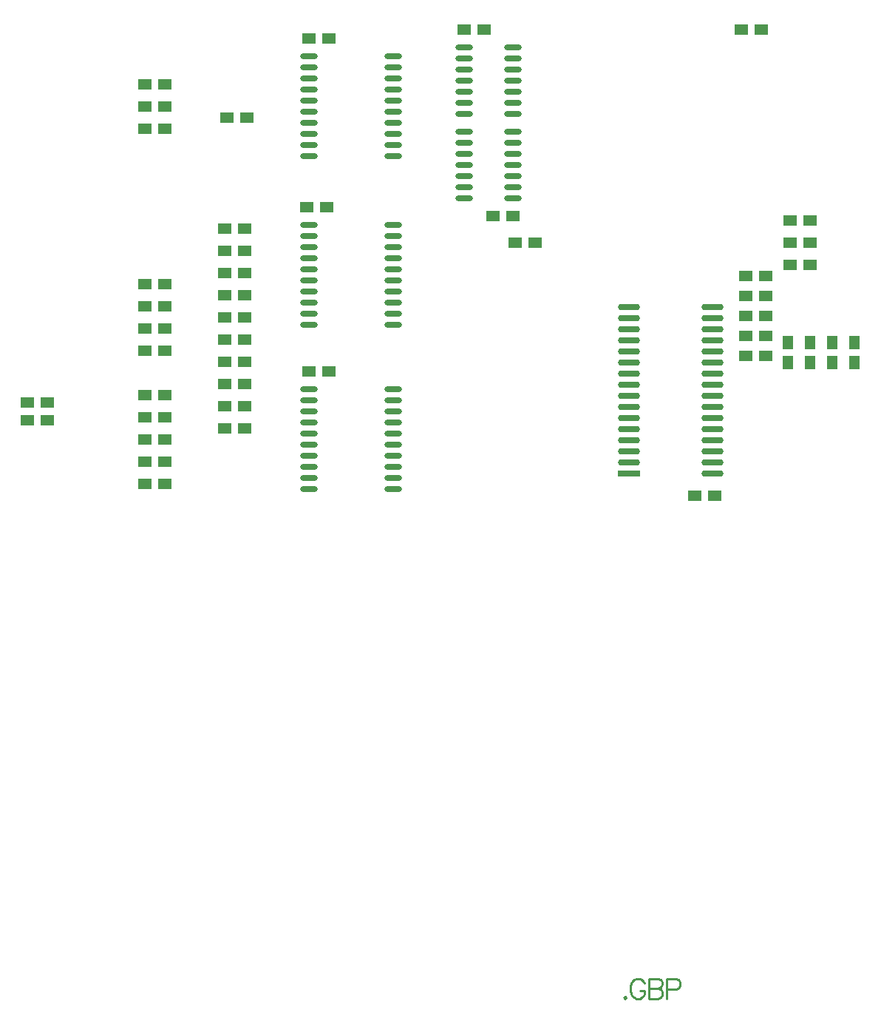
<source format=gbp>
%FSLAX44Y44*%
%MOMM*%
G71*
G01*
G75*
%ADD10C,0.2000*%
%ADD11C,1.0000*%
%ADD12R,1.9050X0.4064*%
%ADD13R,0.4064X1.9050*%
%ADD14O,0.6000X2.2000*%
%ADD15R,0.9144X0.9144*%
%ADD16R,1.2700X0.9144*%
%ADD17R,1.5240X1.5240*%
%ADD18R,1.2700X1.5240*%
%ADD19R,1.5240X1.2700*%
%ADD20R,1.5000X0.4000*%
%ADD21R,0.9144X1.2700*%
%ADD22O,0.6000X2.2000*%
%ADD23O,2.0320X0.6096*%
%ADD24C,0.3000*%
%ADD25C,0.5000*%
%ADD26C,0.6000*%
%ADD27C,0.8000*%
%ADD28C,0.2540*%
%ADD29C,0.2286*%
%ADD30C,4.5500*%
%ADD31C,1.5000*%
%ADD32R,1.5000X1.5000*%
%ADD33C,1.6510*%
%ADD34C,3.6000*%
%ADD35C,1.6000*%
%ADD36R,1.6000X1.6000*%
%ADD37C,0.8000*%
%ADD38O,2.5400X0.7500*%
%ADD39R,2.5400X0.7500*%
%ADD40C,0.7000*%
%ADD41C,0.2500*%
%ADD42C,0.3048*%
%ADD43C,0.1500*%
D18*
X3135756Y2137537D02*
D03*
Y2114677D02*
D03*
X3059556Y2137537D02*
D03*
Y2114677D02*
D03*
X3084956D02*
D03*
Y2137537D02*
D03*
X3110356Y2114677D02*
D03*
Y2137537D02*
D03*
D19*
X3034156Y2213737D02*
D03*
X3011295D02*
D03*
Y2145157D02*
D03*
X3034156D02*
D03*
Y2168017D02*
D03*
X3011295D02*
D03*
X3034156Y2190877D02*
D03*
X3011295D02*
D03*
X2975736Y1962277D02*
D03*
X2952876D02*
D03*
X3011296Y2122297D02*
D03*
X3034156D02*
D03*
X2510916Y2485517D02*
D03*
X2533776D02*
D03*
X2530744Y2292477D02*
D03*
X2507884D02*
D03*
X2510916Y2104517D02*
D03*
X2533776D02*
D03*
X2688716Y2495677D02*
D03*
X2711576D02*
D03*
X2744596Y2282317D02*
D03*
X2721736D02*
D03*
X2769996Y2251837D02*
D03*
X2747136D02*
D03*
X3029076Y2495677D02*
D03*
X3006216D02*
D03*
X3062096Y2277237D02*
D03*
X3084956D02*
D03*
Y2251837D02*
D03*
X3062096D02*
D03*
X3084956Y2226437D02*
D03*
X3062096D02*
D03*
X2211196Y2048637D02*
D03*
X2188336D02*
D03*
X2211196Y2068957D02*
D03*
X2188336D02*
D03*
X2345816Y2433193D02*
D03*
X2322956D02*
D03*
X2345816Y2407793D02*
D03*
X2322956D02*
D03*
X2345816Y2382393D02*
D03*
X2322956D02*
D03*
X2437256Y2268093D02*
D03*
X2414396D02*
D03*
X2437256Y2242693D02*
D03*
X2414396D02*
D03*
X2437256Y2217293D02*
D03*
X2414396D02*
D03*
X2437256Y2191893D02*
D03*
X2414396D02*
D03*
X2437256Y2166493D02*
D03*
X2414396D02*
D03*
X2437256Y2141093D02*
D03*
X2414396D02*
D03*
X2437256Y2115693D02*
D03*
X2414396D02*
D03*
X2345816Y2077593D02*
D03*
X2322956D02*
D03*
X2345816Y2052193D02*
D03*
X2322956D02*
D03*
X2345816Y2026793D02*
D03*
X2322956D02*
D03*
X2345816Y2204593D02*
D03*
X2322956D02*
D03*
X2345816Y2179193D02*
D03*
X2322956D02*
D03*
X2345816Y2153793D02*
D03*
X2322956D02*
D03*
X2345816Y2128393D02*
D03*
X2322956D02*
D03*
X2437256Y2090293D02*
D03*
X2414396D02*
D03*
X2437256Y2064893D02*
D03*
X2414396D02*
D03*
X2437256Y2039493D02*
D03*
X2414396D02*
D03*
X2322956Y2001393D02*
D03*
X2345816D02*
D03*
Y1975993D02*
D03*
X2322956D02*
D03*
X2439796Y2395067D02*
D03*
X2416936D02*
D03*
D23*
X2607436Y2007997D02*
D03*
Y2058797D02*
D03*
Y1982597D02*
D03*
Y2033397D02*
D03*
X2510916Y2007997D02*
D03*
Y2058797D02*
D03*
Y1982597D02*
D03*
Y2033397D02*
D03*
X2607436Y2071497D02*
D03*
Y2046097D02*
D03*
Y2020697D02*
D03*
Y1995297D02*
D03*
X2510916Y1969897D02*
D03*
Y1995297D02*
D03*
Y2020697D02*
D03*
Y2046097D02*
D03*
X2607436Y2084197D02*
D03*
Y1969897D02*
D03*
X2510916Y2071497D02*
D03*
Y2084197D02*
D03*
X2688716Y2366137D02*
D03*
X2744596Y2378837D02*
D03*
Y2340737D02*
D03*
Y2328037D02*
D03*
Y2366137D02*
D03*
X2688716Y2353437D02*
D03*
X2744596D02*
D03*
X2688716Y2340737D02*
D03*
X2744596Y2315337D02*
D03*
X2688716D02*
D03*
Y2328037D02*
D03*
Y2302637D02*
D03*
X2510916Y2465197D02*
D03*
Y2452497D02*
D03*
Y2427097D02*
D03*
Y2401697D02*
D03*
Y2388997D02*
D03*
Y2376297D02*
D03*
Y2363597D02*
D03*
Y2350897D02*
D03*
X2607436D02*
D03*
Y2363597D02*
D03*
Y2376297D02*
D03*
Y2388997D02*
D03*
Y2401697D02*
D03*
Y2414397D02*
D03*
Y2427097D02*
D03*
Y2439797D02*
D03*
Y2452497D02*
D03*
Y2465197D02*
D03*
X2510916Y2272157D02*
D03*
Y2259457D02*
D03*
Y2246757D02*
D03*
Y2221357D02*
D03*
Y2195957D02*
D03*
Y2170557D02*
D03*
X2607436Y2157857D02*
D03*
Y2183257D02*
D03*
Y2208657D02*
D03*
Y2234057D02*
D03*
Y2259457D02*
D03*
Y2272157D02*
D03*
X2688716Y2378837D02*
D03*
X2744596Y2302637D02*
D03*
Y2462657D02*
D03*
Y2449957D02*
D03*
Y2424557D02*
D03*
Y2411857D02*
D03*
Y2399157D02*
D03*
X2688716D02*
D03*
Y2411857D02*
D03*
Y2424557D02*
D03*
Y2437257D02*
D03*
Y2449957D02*
D03*
Y2462657D02*
D03*
Y2475357D02*
D03*
X2510916Y2208657D02*
D03*
X2607436Y2221357D02*
D03*
X2510916Y2183257D02*
D03*
Y2157857D02*
D03*
Y2234057D02*
D03*
X2607436Y2246757D02*
D03*
Y2195957D02*
D03*
Y2170557D02*
D03*
X2744596Y2475357D02*
D03*
Y2437257D02*
D03*
X2510916Y2439797D02*
D03*
Y2414397D02*
D03*
D29*
X2872684Y1389144D02*
X2871596Y1388055D01*
X2872684Y1386967D01*
X2873772Y1388055D01*
X2872684Y1389144D01*
X2895104Y1404380D02*
X2894016Y1406557D01*
X2891839Y1408734D01*
X2889662Y1409822D01*
X2885309D01*
X2883132Y1408734D01*
X2880956Y1406557D01*
X2879867Y1404380D01*
X2878779Y1401115D01*
Y1395674D01*
X2879867Y1392409D01*
X2880956Y1390232D01*
X2883132Y1388055D01*
X2885309Y1386967D01*
X2889662D01*
X2891839Y1388055D01*
X2894016Y1390232D01*
X2895104Y1392409D01*
Y1395674D01*
X2889662D02*
X2895104D01*
X2900328Y1409822D02*
Y1386967D01*
Y1409822D02*
X2910123D01*
X2913388Y1408734D01*
X2914476Y1407645D01*
X2915565Y1405469D01*
Y1403292D01*
X2914476Y1401115D01*
X2913388Y1400027D01*
X2910123Y1398939D01*
X2900328D02*
X2910123D01*
X2913388Y1397850D01*
X2914476Y1396762D01*
X2915565Y1394585D01*
Y1391320D01*
X2914476Y1389144D01*
X2913388Y1388055D01*
X2910123Y1386967D01*
X2900328D01*
X2920680Y1397850D02*
X2930475D01*
X2933740Y1398939D01*
X2934828Y1400027D01*
X2935916Y1402204D01*
Y1405469D01*
X2934828Y1407645D01*
X2933740Y1408734D01*
X2930475Y1409822D01*
X2920680D01*
Y1386967D01*
D38*
X2877196Y2178177D02*
D03*
Y2000377D02*
D03*
Y2038477D02*
D03*
Y2051177D02*
D03*
Y2063877D02*
D03*
Y2076577D02*
D03*
Y2089277D02*
D03*
Y2101977D02*
D03*
Y2114677D02*
D03*
Y2127377D02*
D03*
X2973196Y1987677D02*
D03*
Y2013077D02*
D03*
Y2025777D02*
D03*
Y2089277D02*
D03*
Y2114677D02*
D03*
X2877196Y2152777D02*
D03*
Y2165477D02*
D03*
X2973196Y2178177D02*
D03*
Y2165477D02*
D03*
Y2152777D02*
D03*
Y2140077D02*
D03*
Y2127377D02*
D03*
X2877196Y2140077D02*
D03*
X2973196Y2101977D02*
D03*
Y2076577D02*
D03*
Y2063877D02*
D03*
Y2051177D02*
D03*
Y2038477D02*
D03*
Y2000377D02*
D03*
X2877196Y2013077D02*
D03*
Y2025777D02*
D03*
D39*
Y1987677D02*
D03*
M02*

</source>
